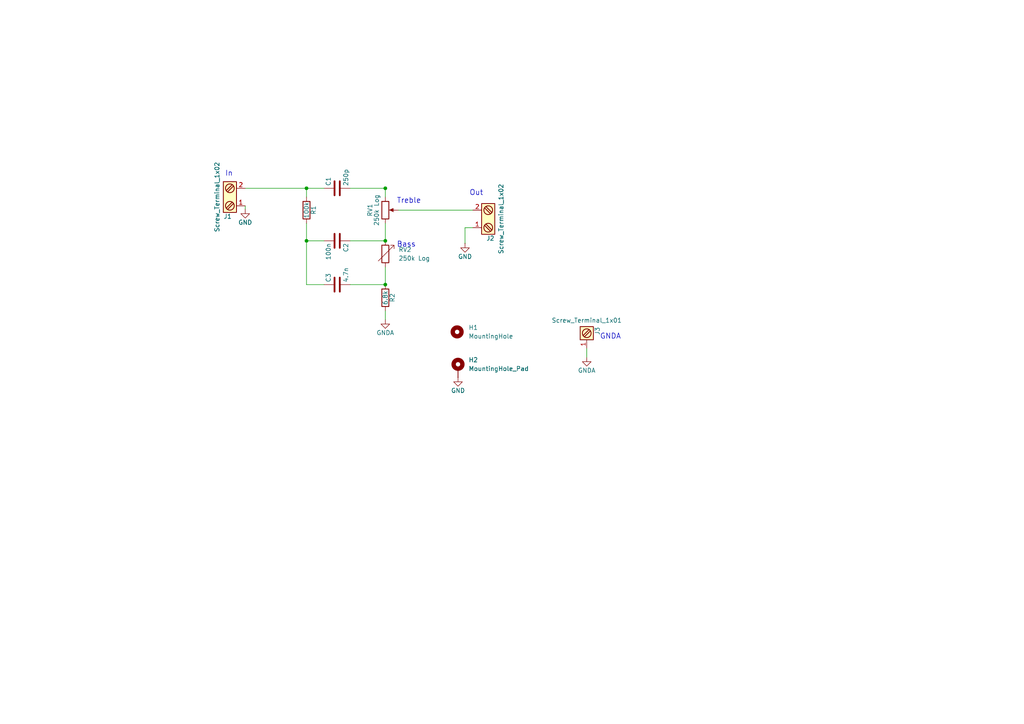
<source format=kicad_sch>
(kicad_sch (version 20250114) (generator "eeschema") (generator_version "9.0")
  (paper "A4")
  (lib_symbols
    (symbol "BoneRayPCB-rescue:POT" (pin_numbers (hide yes)) (pin_names (offset 1.016) (hide yes))
      (property "Reference" "RV" (at -4.445 0 90))
      (property "Value" "POT" (at -2.54 0 90))
      (symbol "POT_0_1"
        (rectangle (start 1.016 2.54) (end -1.016 -2.54) (stroke (width 0.254)))
        (polyline (pts (xy 1.143 0) (xy 2.286 0.508) (xy 2.286 -0.508)) (fill (type outline)))
        (polyline (pts (xy 2.54 0) (xy 1.524 0)))
      )
      (symbol "POT_1_1"
        (pin passive line (at 0 3.81 270) (length 1.27) (name "1") (number "1"))
        (pin passive line (at 0 -3.81 90) (length 1.27) (name "3") (number "3"))
        (pin passive line (at 3.81 0 180) (length 1.27) (name "2") (number "2"))
      )
    )
    (symbol "BoneRayPCB-rescue:Screw_Terminal_1x01" (pin_names (offset 0.762) (hide yes))
      (property "Reference" "J" (at 0 3.81 0))
      (property "Value" "Screw_Terminal_1x01" (at -3.81 0 90))
      (symbol "Screw_Terminal_1x01_0_1"
        (rectangle (start -1.27 1.905) (end 2.54 -1.905) (stroke (width 0.254)) (fill (type background)))
        (polyline (pts (xy 0 1.016) (xy 1.651 -0.635)) (stroke (width 0.254)))
        (circle (center 0.635 0) (radius 1.27) (stroke (width 0.254)))
        (polyline (pts (xy 1.27 -1.016) (xy -0.381 0.635)) (stroke (width 0.254)))
      )
      (symbol "Screw_Terminal_1x01_1_1"
        (pin passive line (at 5.08 0 180) (length 2.54) (name "~") (number "1"))
      )
    )
    (symbol "BoneRayPCB-rescue:Screw_Terminal_1x02" (pin_names (offset 0.762) (hide yes))
      (property "Reference" "J" (at 0 6.35 0))
      (property "Value" "Screw_Terminal_1x02" (at -3.81 0 90))
      (symbol "Screw_Terminal_1x02_0_1"
        (rectangle (start -1.27 4.445) (end 2.54 -4.445) (stroke (width 0.254)) (fill (type background)))
        (polyline (pts (xy -0.381 -1.905) (xy 1.27 -3.556)) (stroke (width 0.254)))
        (polyline (pts (xy 0 3.556) (xy 1.651 1.905)) (stroke (width 0.254)))
        (circle (center 0.635 2.54) (radius 1.27) (stroke (width 0.254)))
        (circle (center 0.635 -2.54) (radius 1.27) (stroke (width 0.254)))
        (polyline (pts (xy 1.27 1.524) (xy -0.381 3.175)) (stroke (width 0.254)))
        (polyline (pts (xy 1.651 -3.175) (xy 0 -1.524)) (stroke (width 0.254)))
      )
      (symbol "Screw_Terminal_1x02_1_1"
        (pin passive line (at 5.08 2.54 180) (length 2.54) (name "~") (number "1"))
        (pin passive line (at 5.08 -2.54 180) (length 2.54) (name "~") (number "2"))
      )
    )
    (symbol "Device:C" (pin_numbers (hide yes)) (pin_names (offset 0.254))
      (property "Reference" "C" (at 0.635 2.54 0))
      (property "Value" "C" (at 0.635 -2.54 0))
      (symbol "C_0_1"
        (polyline (pts (xy -2.032 0.762) (xy 2.032 0.762)) (stroke (width 0.508)))
        (polyline (pts (xy -2.032 -0.762) (xy 2.032 -0.762)) (stroke (width 0.508)))
      )
      (symbol "C_1_1"
        (pin passive line (at 0 3.81 270) (length 2.794) (name "~") (number "1"))
        (pin passive line (at 0 -3.81 90) (length 2.794) (name "~") (number "2"))
      )
    )
    (symbol "Device:R" (pin_numbers (hide yes)) (pin_names (offset 0))
      (property "Reference" "R" (at 2.032 0 90))
      (property "Value" "R" (at 0 0 90))
      (symbol "R_0_1"
        (rectangle (start -1.016 -2.54) (end 1.016 2.54) (stroke (width 0.254)))
      )
      (symbol "R_1_1"
        (pin passive line (at 0 3.81 270) (length 1.27) (name "~") (number "1"))
        (pin passive line (at 0 -3.81 90) (length 1.27) (name "~") (number "2"))
      )
    )
    (symbol "Device:R_Variable" (pin_numbers (hide yes)) (pin_names (offset 0))
      (property "Reference" "R" (at 2.54 -2.54 90))
      (property "Value" "R_Variable" (at -2.54 -1.27 90))
      (symbol "R_Variable_0_1"
        (rectangle (start -1.016 -2.54) (end 1.016 2.54) (stroke (width 0.254)))
        (polyline (pts (xy 2.54 1.524) (xy 2.54 2.54) (xy 1.524 2.54) (xy 2.54 2.54) (xy -2.032 -2.032)))
      )
      (symbol "R_Variable_1_1"
        (pin passive line (at 0 3.81 270) (length 1.27) (name "~") (number "1"))
        (pin passive line (at 0 -3.81 90) (length 1.27) (name "~") (number "2"))
      )
    )
    (symbol "Mechanical:MountingHole" (pin_names (offset 1.016)) (exclude_from_sim yes) (in_bom no)
      (property "Reference" "H" (at 0 5.08 0))
      (property "Value" "MountingHole" (at 0 3.175 0))
      (symbol "MountingHole_0_1"
        (circle (center 0 0) (radius 1.27) (stroke (width 1.27)))
      )
    )
    (symbol "Mechanical:MountingHole_Pad" (pin_numbers (hide yes)) (pin_names (offset 1.016) (hide yes)) (exclude_from_sim yes) (in_bom no)
      (property "Reference" "H" (at 0 6.35 0))
      (property "Value" "MountingHole_Pad" (at 0 4.445 0))
      (symbol "MountingHole_Pad_0_1"
        (circle (center 0 1.27) (radius 1.27) (stroke (width 1.27)))
      )
      (symbol "MountingHole_Pad_1_1"
        (pin input line (at 0 -2.54 90) (length 2.54) (name "1") (number "1"))
      )
    )
    (symbol "power:GND" (power) (pin_numbers (hide yes)) (pin_names (offset 0) (hide yes))
      (property "Value" "GND" (at 0 -3.81 0))
      (symbol "GND_0_1"
        (polyline (pts (xy 0 0) (xy 0 -1.27) (xy 1.27 -1.27) (xy 0 -2.54) (xy -1.27 -1.27) (xy 0 -1.27)))
      )
      (symbol "GND_1_1"
        (pin power_in line (at 0 0 270) (length 0) (name "~") (number "1"))
      )
    )
    (symbol "power:GNDA" (power) (pin_numbers (hide yes)) (pin_names (offset 0) (hide yes))
      (property "Value" "GNDA" (at 0 -3.81 0))
      (symbol "GNDA_0_1"
        (polyline (pts (xy 0 0) (xy 0 -1.27) (xy 1.27 -1.27) (xy 0 -2.54) (xy -1.27 -1.27) (xy 0 -1.27)))
      )
      (symbol "GNDA_1_1"
        (pin power_in line (at 0 0 270) (length 0) (name "~") (number "1"))
      )
    )
  )
  (text "Treble" (at 115.062 59.182 0) (effects (font (size 1.524 1.524)) (justify left bottom)))
  (text "In" (at 65.278 51.308 0) (effects (font (size 1.524 1.524)) (justify left bottom)))
  (text "Out" (at 136.144 56.896 0) (effects (font (size 1.524 1.524)) (justify left bottom)))
  (text "Bass" (at 115.062 71.882 0) (effects (font (size 1.524 1.524)) (justify left bottom)))
  (text "GNDA" (at 173.99 98.552 0) (effects (font (size 1.524 1.524)) (justify left bottom)))
  (junction (at 88.9 54.61))
  (junction (at 88.9 69.85))
  (junction (at 111.76 54.61))
  (junction (at 111.76 69.85))
  (junction (at 111.76 82.55))
  (wire (pts (xy 71.12 54.61) (xy 88.9 54.61)))
  (wire (pts (xy 88.9 54.61) (xy 88.9 57.15)))
  (wire (pts (xy 115.57 60.96) (xy 137.16 60.96)))
  (wire (pts (xy 111.76 77.47) (xy 111.76 82.55)))
  (wire (pts (xy 71.12 59.69) (xy 71.12 60.706)))
  (wire (pts (xy 88.9 69.85) (xy 88.9 82.55)))
  (wire (pts (xy 88.9 82.55) (xy 93.98 82.55)))
  (wire (pts (xy 88.9 64.77) (xy 88.9 69.85)))
  (wire (pts (xy 170.18 103.632) (xy 170.18 101.092)))
  (wire (pts (xy 111.76 54.356) (xy 111.76 54.61)))
  (wire (pts (xy 88.9 69.85) (xy 93.98 69.85)))
  (wire (pts (xy 101.6 82.55) (xy 111.76 82.55)))
  (wire (pts (xy 134.874 70.612) (xy 134.874 66.04)))
  (wire (pts (xy 101.6 69.85) (xy 111.76 69.85)))
  (wire (pts (xy 111.76 90.17) (xy 111.76 92.71)))
  (wire (pts (xy 111.76 64.77) (xy 111.76 69.85)))
  (wire (pts (xy 101.6 54.61) (xy 111.76 54.61)))
  (wire (pts (xy 88.9 54.61) (xy 93.98 54.61)))
  (wire (pts (xy 111.76 54.61) (xy 111.76 57.15)))
  (wire (pts (xy 134.874 66.04) (xy 137.16 66.04)))
  (symbol (lib_id "Device:R") (at 88.9 60.96 0) (unit 1)
    (property "Reference" "R1" (at 90.932 60.96 90))
    (property "Value" "100k" (at 88.9 60.96 90))
    (property "Footprint" "Resistor_THT:R_Axial_DIN0414_L11.9mm_D4.5mm_P15.24mm_Horizontal" (effects (hide yes)))
  )
  (symbol (lib_id "Device:R") (at 111.76 86.36 0) (unit 1)
    (property "Reference" "R2" (at 113.792 86.36 90))
    (property "Value" "6.8k" (at 111.76 86.36 90))
    (property "Footprint" "Resistor_THT:R_Axial_DIN0414_L11.9mm_D4.5mm_P15.24mm_Horizontal" (effects (hide yes)))
  )
  (symbol (lib_id "Device:C") (at 97.79 54.61 90) (unit 1)
    (property "Reference" "C1" (at 95.25 53.975 0) (effects (justify left)))
    (property "Value" "250p" (at 100.33 53.975 0) (effects (justify left)))
    (property "Footprint" "Capacitor_THT:C_Disc_D7.5mm_W5.0mm_P7.50mm" (effects (hide yes)))
  )
  (symbol (lib_id "Device:C") (at 97.79 82.55 90) (unit 1)
    (property "Reference" "C3" (at 95.25 81.915 0) (effects (justify left)))
    (property "Value" "4.7n" (at 100.33 81.915 0) (effects (justify left)))
    (property "Footprint" "Local:C_Axial_L12.0mm_D6.5mm_P15.00mm_Horizontal" (effects (hide yes)))
  )
  (symbol (lib_id "BoneRayPCB-rescue:POT") (at 111.76 60.96 0) (unit 1)
    (property "Reference" "RV1" (at 107.315 60.96 90))
    (property "Value" "250k Log" (at 109.22 60.96 90))
    (property "Footprint" "Connector_Phoenix_MC_HighVoltage:PhoenixContact_MCV_1,5_3-G-5.08_1x03_P5.08mm_Vertical" (effects (hide yes)))
    (property "MPN" "1729131" (effects (hide yes)))
    (property "SPN" "651-1729131" (effects (hide yes)))
  )
  (symbol (lib_id "power:GNDA") (at 111.76 92.71 0) (unit 1)
    (property "Reference" "#PWR01" (effects (hide yes)))
    (property "Value" "GNDA" (at 111.76 96.52 0))
  )
  (symbol (lib_id "power:GNDA") (at 170.18 103.632 0) (unit 1)
    (property "Reference" "#PWR02" (effects (hide yes)))
    (property "Value" "GNDA" (at 170.18 107.442 0))
  )
  (symbol (lib_id "BoneRayPCB-rescue:Screw_Terminal_1x01") (at 170.18 96.012 270) (unit 1)
    (property "Reference" "J3" (at 173.99 96.012 0) (effects (justify top)))
    (property "Value" "Screw_Terminal_1x01" (at 170.18 92.202 90) (effects (justify top)))
    (property "Footprint" "Connector_Wire:SolderWire-0.75sqmm_1x01_D1.25mm_OD2.3mm" (effects (hide yes)))
  )
  (symbol (lib_id "BoneRayPCB-rescue:Screw_Terminal_1x02") (at 66.04 57.15 0) (mirror x) (unit 1)
    (property "Reference" "J1" (at 66.04 63.5 0) (effects (justify top)))
    (property "Value" "Screw_Terminal_1x02" (at 62.23 57.15 90) (effects (justify top)))
    (property "Footprint" "Connector_Phoenix_MC_HighVoltage:PhoenixContact_MCV_1,5_2-G-5.08_1x02_P5.08mm_Vertical" (effects (hide yes)))
    (property "SPN" "651-1729128" (effects (hide yes)))
  )
  (symbol (lib_id "power:GND") (at 71.12 60.706 0) (unit 1)
    (property "Reference" "#PWR03" (effects (hide yes)))
    (property "Value" "GND" (at 71.12 64.516 0))
  )
  (symbol (lib_id "BoneRayPCB-rescue:Screw_Terminal_1x02") (at 142.24 63.5 180) (unit 1)
    (property "Reference" "J2" (at 142.24 69.85 0) (effects (justify top)))
    (property "Value" "Screw_Terminal_1x02" (at 146.05 63.5 90) (effects (justify top)))
    (property "Footprint" "Connector_Phoenix_MC_HighVoltage:PhoenixContact_MCV_1,5_2-G-5.08_1x02_P5.08mm_Vertical" (effects (hide yes)))
    (property "SPN" "651-1729128" (effects (hide yes)))
  )
  (symbol (lib_id "power:GND") (at 134.874 70.612 0) (unit 1)
    (property "Reference" "#PWR04" (effects (hide yes)))
    (property "Value" "GND" (at 134.874 74.422 0))
  )
  (symbol (lib_id "Device:C") (at 97.79 69.85 270) (unit 1)
    (property "Reference" "C2" (at 100.33 70.485 0) (effects (justify left)))
    (property "Value" "100n" (at 95.25 70.485 0) (effects (justify left)))
    (property "Footprint" "Local:C_Axial_L22.0mm_D9.5mm_P27.50mm_Horizontal" (effects (hide yes)))
  )
  (symbol (lib_id "Mechanical:MountingHole") (at 132.588 96.266 0) (unit 1) (exclude_from_sim yes) (in_bom no)
    (property "Reference" "H1" (at 135.89 94.9959 0) (effects (justify left)))
    (property "Value" "MountingHole" (at 135.89 97.5359 0) (effects (justify left)))
    (property "Footprint" "MountingHole:MountingHole_3.2mm_M3" (effects (hide yes)))
    (property "Description" "Mounting Hole without connection" (effects (hide yes)))
  )
  (symbol (lib_id "Device:R_Variable") (at 111.76 73.66 0) (unit 1)
    (property "Reference" "RV2" (at 115.57 72.3899 0) (effects (justify left)))
    (property "Value" "250k Log" (at 115.57 74.9299 0) (effects (justify left)))
    (property "Footprint" "Connector_Phoenix_MC_HighVoltage:PhoenixContact_MCV_1,5_3-G-5.08_1x03_P5.08mm_Vertical" (effects (hide yes)))
    (property "Description" "Variable resistor" (effects (hide yes)))
  )
  (symbol (lib_id "Mechanical:MountingHole_Pad") (at 132.842 106.934 0) (unit 1) (exclude_from_sim yes) (in_bom no)
    (property "Reference" "H2" (at 135.89 104.3939 0) (effects (justify left)))
    (property "Value" "MountingHole_Pad" (at 135.89 106.9339 0) (effects (justify left)))
    (property "Footprint" "MountingHole:MountingHole_3.2mm_M3_Pad" (effects (hide yes)))
    (property "Description" "Mounting Hole with connection" (effects (hide yes)))
  )
  (symbol (lib_id "power:GND") (at 132.842 109.474 0) (unit 1)
    (property "Reference" "#PWR05" (effects (hide yes)))
    (property "Value" "GND" (at 132.842 113.284 0))
  )
)
</source>
